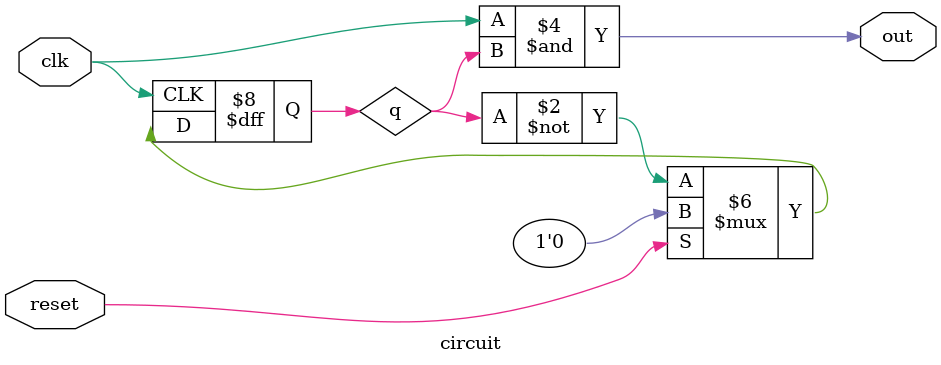
<source format=v>
module circuit(
  input clk,
  input reset,
  output reg out);

  reg q;
  
  always @(posedge clk) begin
    if(reset) q<= 0;
    else q <= ~q;
  end
  
  always @(*) begin
    out <= clk & q;
  end
  
endmodule
    
</source>
